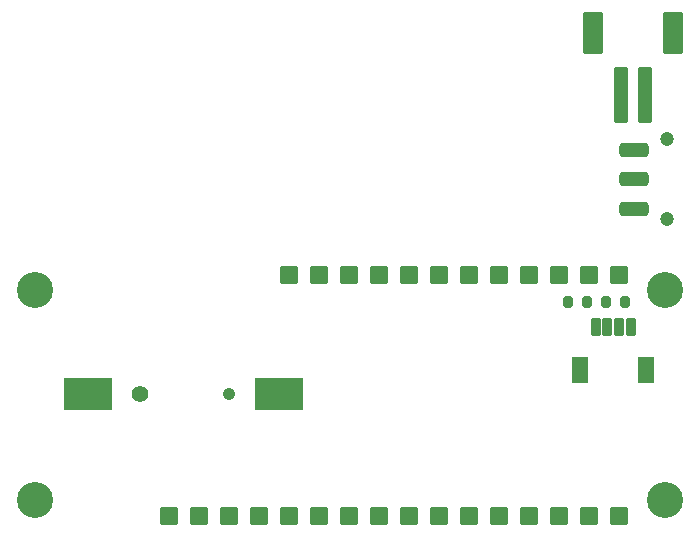
<source format=gbr>
%TF.GenerationSoftware,KiCad,Pcbnew,7.0.5*%
%TF.CreationDate,2023-12-18T11:55:03-06:00*%
%TF.ProjectId,peakick,7065616b-6963-46b2-9e6b-696361645f70,rev?*%
%TF.SameCoordinates,Original*%
%TF.FileFunction,Soldermask,Bot*%
%TF.FilePolarity,Negative*%
%FSLAX46Y46*%
G04 Gerber Fmt 4.6, Leading zero omitted, Abs format (unit mm)*
G04 Created by KiCad (PCBNEW 7.0.5) date 2023-12-18 11:55:03*
%MOMM*%
%LPD*%
G01*
G04 APERTURE LIST*
G04 Aperture macros list*
%AMRoundRect*
0 Rectangle with rounded corners*
0 $1 Rounding radius*
0 $2 $3 $4 $5 $6 $7 $8 $9 X,Y pos of 4 corners*
0 Add a 4 corners polygon primitive as box body*
4,1,4,$2,$3,$4,$5,$6,$7,$8,$9,$2,$3,0*
0 Add four circle primitives for the rounded corners*
1,1,$1+$1,$2,$3*
1,1,$1+$1,$4,$5*
1,1,$1+$1,$6,$7*
1,1,$1+$1,$8,$9*
0 Add four rect primitives between the rounded corners*
20,1,$1+$1,$2,$3,$4,$5,0*
20,1,$1+$1,$4,$5,$6,$7,0*
20,1,$1+$1,$6,$7,$8,$9,0*
20,1,$1+$1,$8,$9,$2,$3,0*%
G04 Aperture macros list end*
%ADD10C,3.048000*%
%ADD11RoundRect,0.101600X0.635000X0.635000X-0.635000X0.635000X-0.635000X-0.635000X0.635000X-0.635000X0*%
%ADD12RoundRect,0.200000X0.200000X0.275000X-0.200000X0.275000X-0.200000X-0.275000X0.200000X-0.275000X0*%
%ADD13C,1.200000*%
%ADD14RoundRect,0.300000X-0.950000X0.300000X-0.950000X-0.300000X0.950000X-0.300000X0.950000X0.300000X0*%
%ADD15C,1.070000*%
%ADD16C,1.400000*%
%ADD17RoundRect,0.050800X2.000000X1.300000X-2.000000X1.300000X-2.000000X-1.300000X2.000000X-1.300000X0*%
%ADD18RoundRect,0.050800X-0.500000X-2.300000X0.500000X-2.300000X0.500000X2.300000X-0.500000X2.300000X0*%
%ADD19RoundRect,0.050800X-0.800000X1.700000X-0.800000X-1.700000X0.800000X-1.700000X0.800000X1.700000X0*%
%ADD20RoundRect,0.101600X0.300000X0.675000X-0.300000X0.675000X-0.300000X-0.675000X0.300000X-0.675000X0*%
%ADD21RoundRect,0.101600X0.600000X1.000000X-0.600000X1.000000X-0.600000X-1.000000X0.600000X-1.000000X0*%
G04 APERTURE END LIST*
D10*
%TO.C,H3*%
X128561100Y-113443600D03*
%TD*%
%TO.C,H4*%
X128561100Y-95663600D03*
%TD*%
D11*
%TO.C,J1*%
X178070000Y-114730000D03*
X175530000Y-114730000D03*
X172990000Y-114730000D03*
X170450000Y-114730000D03*
X167910000Y-114730000D03*
X165370000Y-114730000D03*
X162830000Y-114730000D03*
X160290000Y-114730000D03*
X157750000Y-114730000D03*
X155210000Y-114730000D03*
X152670000Y-114730000D03*
X150130000Y-114730000D03*
X147590000Y-114730000D03*
X145050000Y-114730000D03*
X142510000Y-114730000D03*
X139970000Y-114730000D03*
%TD*%
D10*
%TO.C,H2*%
X181901100Y-113443600D03*
%TD*%
%TO.C,H1*%
X181901100Y-95663600D03*
%TD*%
D11*
%TO.C,J3*%
X178060000Y-94360000D03*
X175520000Y-94360000D03*
X172980000Y-94360000D03*
X170440000Y-94360000D03*
X167900000Y-94360000D03*
X165360000Y-94360000D03*
X162820000Y-94360000D03*
X160280000Y-94360000D03*
X157740000Y-94360000D03*
X155200000Y-94360000D03*
X152660000Y-94360000D03*
X150120000Y-94360000D03*
%TD*%
D12*
%TO.C,R4*%
X178545000Y-96680000D03*
X176895000Y-96680000D03*
%TD*%
D13*
%TO.C,SW1*%
X182100000Y-82850000D03*
X182100000Y-89650000D03*
D14*
X179300000Y-83750000D03*
X179300000Y-86250000D03*
X179300000Y-88750000D03*
%TD*%
D15*
%TO.C,B1*%
X144975000Y-104450000D03*
D16*
X137475000Y-104450000D03*
D17*
X133065000Y-104450000D03*
X149245000Y-104420000D03*
%TD*%
D12*
%TO.C,R5*%
X175355000Y-96660000D03*
X173705000Y-96660000D03*
%TD*%
D18*
%TO.C,X1*%
X180220000Y-79100000D03*
X178220000Y-79100000D03*
D19*
X182620000Y-73900000D03*
X175820000Y-73900000D03*
%TD*%
D20*
%TO.C,J2*%
X179060000Y-98746700D03*
X178060000Y-98746700D03*
X177060000Y-98746700D03*
X176060000Y-98746700D03*
D21*
X174760000Y-102421700D03*
X180360000Y-102421700D03*
%TD*%
M02*

</source>
